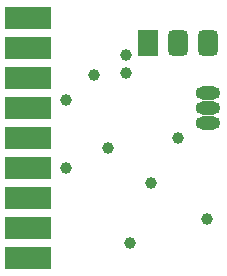
<source format=gbs>
G04 Layer_Color=8150272*
%FSLAX25Y25*%
%MOIN*%
G70*
G01*
G75*
%ADD31R,0.15200X0.07800*%
%ADD32R,0.06800X0.08800*%
G04:AMPARAMS|DCode=33|XSize=68mil|YSize=88mil|CornerRadius=19mil|HoleSize=0mil|Usage=FLASHONLY|Rotation=0.000|XOffset=0mil|YOffset=0mil|HoleType=Round|Shape=RoundedRectangle|*
%AMROUNDEDRECTD33*
21,1,0.06800,0.05000,0,0,0.0*
21,1,0.03000,0.08800,0,0,0.0*
1,1,0.03800,0.01500,-0.02500*
1,1,0.03800,-0.01500,-0.02500*
1,1,0.03800,-0.01500,0.02500*
1,1,0.03800,0.01500,0.02500*
%
%ADD33ROUNDEDRECTD33*%
%ADD34O,0.08274X0.04337*%
%ADD35O,0.08274X0.04337*%
%ADD36C,0.03950*%
D31*
X10000Y85000D02*
D03*
Y75000D02*
D03*
Y65000D02*
D03*
Y55000D02*
D03*
Y45000D02*
D03*
Y35000D02*
D03*
Y25000D02*
D03*
Y15000D02*
D03*
Y5000D02*
D03*
D32*
X50000Y76500D02*
D03*
D33*
X60000D02*
D03*
X70000D02*
D03*
D34*
Y60000D02*
D03*
Y50000D02*
D03*
D35*
Y55000D02*
D03*
D36*
X42500Y66500D02*
D03*
X32000Y66000D02*
D03*
X42500Y72500D02*
D03*
X36437Y41437D02*
D03*
X69500Y18000D02*
D03*
X44000Y10000D02*
D03*
X51000Y30000D02*
D03*
X60000Y45000D02*
D03*
X22500Y57500D02*
D03*
Y35000D02*
D03*
M02*

</source>
